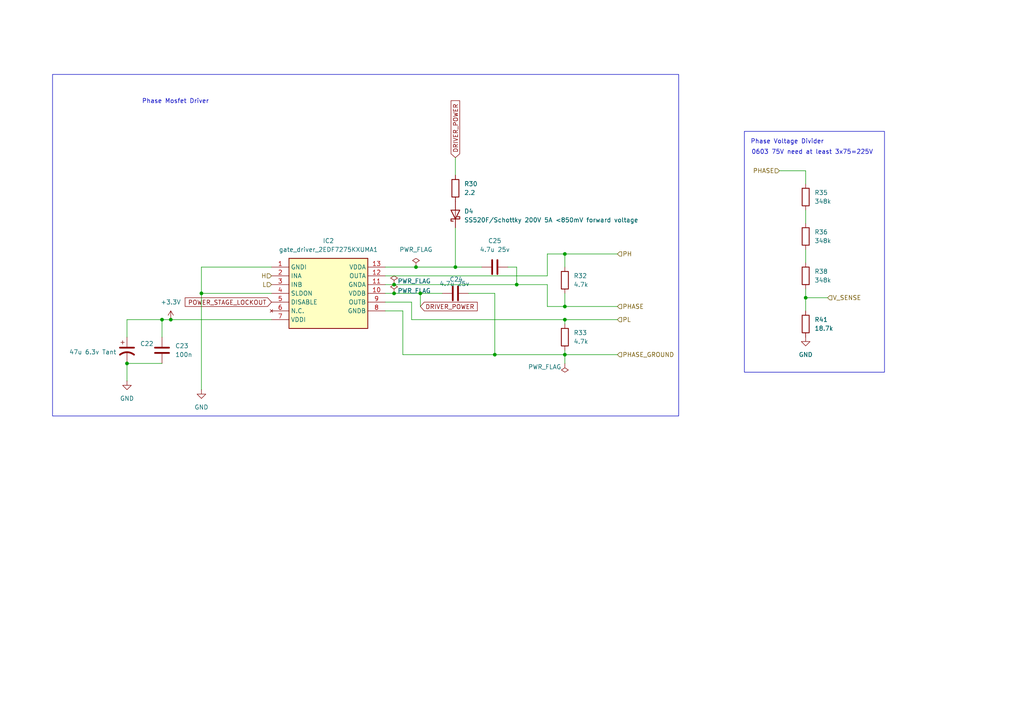
<source format=kicad_sch>
(kicad_sch
	(version 20231120)
	(generator "eeschema")
	(generator_version "8.0")
	(uuid "0af97498-b8ff-4f54-84bf-156ebdca01d7")
	(paper "A4")
	(lib_symbols
		(symbol "Device:C"
			(pin_numbers hide)
			(pin_names
				(offset 0.254)
			)
			(exclude_from_sim no)
			(in_bom yes)
			(on_board yes)
			(property "Reference" "C"
				(at 0.635 2.54 0)
				(effects
					(font
						(size 1.27 1.27)
					)
					(justify left)
				)
			)
			(property "Value" "C"
				(at 0.635 -2.54 0)
				(effects
					(font
						(size 1.27 1.27)
					)
					(justify left)
				)
			)
			(property "Footprint" ""
				(at 0.9652 -3.81 0)
				(effects
					(font
						(size 1.27 1.27)
					)
					(hide yes)
				)
			)
			(property "Datasheet" "~"
				(at 0 0 0)
				(effects
					(font
						(size 1.27 1.27)
					)
					(hide yes)
				)
			)
			(property "Description" "Unpolarized capacitor"
				(at 0 0 0)
				(effects
					(font
						(size 1.27 1.27)
					)
					(hide yes)
				)
			)
			(property "ki_keywords" "cap capacitor"
				(at 0 0 0)
				(effects
					(font
						(size 1.27 1.27)
					)
					(hide yes)
				)
			)
			(property "ki_fp_filters" "C_*"
				(at 0 0 0)
				(effects
					(font
						(size 1.27 1.27)
					)
					(hide yes)
				)
			)
			(symbol "C_0_1"
				(polyline
					(pts
						(xy -2.032 -0.762) (xy 2.032 -0.762)
					)
					(stroke
						(width 0.508)
						(type default)
					)
					(fill
						(type none)
					)
				)
				(polyline
					(pts
						(xy -2.032 0.762) (xy 2.032 0.762)
					)
					(stroke
						(width 0.508)
						(type default)
					)
					(fill
						(type none)
					)
				)
			)
			(symbol "C_1_1"
				(pin passive line
					(at 0 3.81 270)
					(length 2.794)
					(name "~"
						(effects
							(font
								(size 1.27 1.27)
							)
						)
					)
					(number "1"
						(effects
							(font
								(size 1.27 1.27)
							)
						)
					)
				)
				(pin passive line
					(at 0 -3.81 90)
					(length 2.794)
					(name "~"
						(effects
							(font
								(size 1.27 1.27)
							)
						)
					)
					(number "2"
						(effects
							(font
								(size 1.27 1.27)
							)
						)
					)
				)
			)
		)
		(symbol "Device:C_Polarized_US"
			(pin_numbers hide)
			(pin_names
				(offset 0.254) hide)
			(exclude_from_sim no)
			(in_bom yes)
			(on_board yes)
			(property "Reference" "C"
				(at 0.635 2.54 0)
				(effects
					(font
						(size 1.27 1.27)
					)
					(justify left)
				)
			)
			(property "Value" "C_Polarized_US"
				(at 0.635 -2.54 0)
				(effects
					(font
						(size 1.27 1.27)
					)
					(justify left)
				)
			)
			(property "Footprint" ""
				(at 0 0 0)
				(effects
					(font
						(size 1.27 1.27)
					)
					(hide yes)
				)
			)
			(property "Datasheet" "~"
				(at 0 0 0)
				(effects
					(font
						(size 1.27 1.27)
					)
					(hide yes)
				)
			)
			(property "Description" "Polarized capacitor, US symbol"
				(at 0 0 0)
				(effects
					(font
						(size 1.27 1.27)
					)
					(hide yes)
				)
			)
			(property "ki_keywords" "cap capacitor"
				(at 0 0 0)
				(effects
					(font
						(size 1.27 1.27)
					)
					(hide yes)
				)
			)
			(property "ki_fp_filters" "CP_*"
				(at 0 0 0)
				(effects
					(font
						(size 1.27 1.27)
					)
					(hide yes)
				)
			)
			(symbol "C_Polarized_US_0_1"
				(polyline
					(pts
						(xy -2.032 0.762) (xy 2.032 0.762)
					)
					(stroke
						(width 0.508)
						(type default)
					)
					(fill
						(type none)
					)
				)
				(polyline
					(pts
						(xy -1.778 2.286) (xy -0.762 2.286)
					)
					(stroke
						(width 0)
						(type default)
					)
					(fill
						(type none)
					)
				)
				(polyline
					(pts
						(xy -1.27 1.778) (xy -1.27 2.794)
					)
					(stroke
						(width 0)
						(type default)
					)
					(fill
						(type none)
					)
				)
				(arc
					(start 2.032 -1.27)
					(mid 0 -0.5572)
					(end -2.032 -1.27)
					(stroke
						(width 0.508)
						(type default)
					)
					(fill
						(type none)
					)
				)
			)
			(symbol "C_Polarized_US_1_1"
				(pin passive line
					(at 0 3.81 270)
					(length 2.794)
					(name "~"
						(effects
							(font
								(size 1.27 1.27)
							)
						)
					)
					(number "1"
						(effects
							(font
								(size 1.27 1.27)
							)
						)
					)
				)
				(pin passive line
					(at 0 -3.81 90)
					(length 3.302)
					(name "~"
						(effects
							(font
								(size 1.27 1.27)
							)
						)
					)
					(number "2"
						(effects
							(font
								(size 1.27 1.27)
							)
						)
					)
				)
			)
		)
		(symbol "Device:D_Schottky"
			(pin_numbers hide)
			(pin_names
				(offset 1.016) hide)
			(exclude_from_sim no)
			(in_bom yes)
			(on_board yes)
			(property "Reference" "D"
				(at 0 2.54 0)
				(effects
					(font
						(size 1.27 1.27)
					)
				)
			)
			(property "Value" "D_Schottky"
				(at 0 -2.54 0)
				(effects
					(font
						(size 1.27 1.27)
					)
				)
			)
			(property "Footprint" ""
				(at 0 0 0)
				(effects
					(font
						(size 1.27 1.27)
					)
					(hide yes)
				)
			)
			(property "Datasheet" "~"
				(at 0 0 0)
				(effects
					(font
						(size 1.27 1.27)
					)
					(hide yes)
				)
			)
			(property "Description" "Schottky diode"
				(at 0 0 0)
				(effects
					(font
						(size 1.27 1.27)
					)
					(hide yes)
				)
			)
			(property "ki_keywords" "diode Schottky"
				(at 0 0 0)
				(effects
					(font
						(size 1.27 1.27)
					)
					(hide yes)
				)
			)
			(property "ki_fp_filters" "TO-???* *_Diode_* *SingleDiode* D_*"
				(at 0 0 0)
				(effects
					(font
						(size 1.27 1.27)
					)
					(hide yes)
				)
			)
			(symbol "D_Schottky_0_1"
				(polyline
					(pts
						(xy 1.27 0) (xy -1.27 0)
					)
					(stroke
						(width 0)
						(type default)
					)
					(fill
						(type none)
					)
				)
				(polyline
					(pts
						(xy 1.27 1.27) (xy 1.27 -1.27) (xy -1.27 0) (xy 1.27 1.27)
					)
					(stroke
						(width 0.254)
						(type default)
					)
					(fill
						(type none)
					)
				)
				(polyline
					(pts
						(xy -1.905 0.635) (xy -1.905 1.27) (xy -1.27 1.27) (xy -1.27 -1.27) (xy -0.635 -1.27) (xy -0.635 -0.635)
					)
					(stroke
						(width 0.254)
						(type default)
					)
					(fill
						(type none)
					)
				)
			)
			(symbol "D_Schottky_1_1"
				(pin passive line
					(at -3.81 0 0)
					(length 2.54)
					(name "K"
						(effects
							(font
								(size 1.27 1.27)
							)
						)
					)
					(number "1"
						(effects
							(font
								(size 1.27 1.27)
							)
						)
					)
				)
				(pin passive line
					(at 3.81 0 180)
					(length 2.54)
					(name "A"
						(effects
							(font
								(size 1.27 1.27)
							)
						)
					)
					(number "2"
						(effects
							(font
								(size 1.27 1.27)
							)
						)
					)
				)
			)
		)
		(symbol "Device:R"
			(pin_numbers hide)
			(pin_names
				(offset 0)
			)
			(exclude_from_sim no)
			(in_bom yes)
			(on_board yes)
			(property "Reference" "R"
				(at 2.032 0 90)
				(effects
					(font
						(size 1.27 1.27)
					)
				)
			)
			(property "Value" "R"
				(at 0 0 90)
				(effects
					(font
						(size 1.27 1.27)
					)
				)
			)
			(property "Footprint" ""
				(at -1.778 0 90)
				(effects
					(font
						(size 1.27 1.27)
					)
					(hide yes)
				)
			)
			(property "Datasheet" "~"
				(at 0 0 0)
				(effects
					(font
						(size 1.27 1.27)
					)
					(hide yes)
				)
			)
			(property "Description" "Resistor"
				(at 0 0 0)
				(effects
					(font
						(size 1.27 1.27)
					)
					(hide yes)
				)
			)
			(property "ki_keywords" "R res resistor"
				(at 0 0 0)
				(effects
					(font
						(size 1.27 1.27)
					)
					(hide yes)
				)
			)
			(property "ki_fp_filters" "R_*"
				(at 0 0 0)
				(effects
					(font
						(size 1.27 1.27)
					)
					(hide yes)
				)
			)
			(symbol "R_0_1"
				(rectangle
					(start -1.016 -2.54)
					(end 1.016 2.54)
					(stroke
						(width 0.254)
						(type default)
					)
					(fill
						(type none)
					)
				)
			)
			(symbol "R_1_1"
				(pin passive line
					(at 0 3.81 270)
					(length 1.27)
					(name "~"
						(effects
							(font
								(size 1.27 1.27)
							)
						)
					)
					(number "1"
						(effects
							(font
								(size 1.27 1.27)
							)
						)
					)
				)
				(pin passive line
					(at 0 -3.81 90)
					(length 1.27)
					(name "~"
						(effects
							(font
								(size 1.27 1.27)
							)
						)
					)
					(number "2"
						(effects
							(font
								(size 1.27 1.27)
							)
						)
					)
				)
			)
		)
		(symbol "lib:gate_driver_2EDF7275KXUMA1"
			(exclude_from_sim no)
			(in_bom yes)
			(on_board yes)
			(property "Reference" "IC"
				(at -2.032 16.764 0)
				(effects
					(font
						(size 1.27 1.27)
					)
					(justify left top)
				)
			)
			(property "Value" "gate_driver_2EDF7275KXUMA1"
				(at -2.032 14.224 0)
				(effects
					(font
						(size 1.27 1.27)
					)
					(justify left top)
				)
			)
			(property "Footprint" "2EDF7275KXUMA1"
				(at 29.21 -94.92 0)
				(effects
					(font
						(size 1.27 1.27)
					)
					(justify left top)
					(hide yes)
				)
			)
			(property "Datasheet" "https://www.infineon.com/dgdl/Infineon-2EDS8265H-DS-v02_00-EN.pdf?fileId=5546d462636cc8fb0163b09037983063"
				(at 29.21 -194.92 0)
				(effects
					(font
						(size 1.27 1.27)
					)
					(justify left top)
					(hide yes)
				)
			)
			(property "Description" "Gate Drivers DRIVER IC"
				(at -13.716 11.938 0)
				(effects
					(font
						(size 1.27 1.27)
					)
					(hide yes)
				)
			)
			(property "Height" "1.06"
				(at 29.21 -394.92 0)
				(effects
					(font
						(size 1.27 1.27)
					)
					(justify left top)
					(hide yes)
				)
			)
			(property "Manufacturer_Name" "Infineon"
				(at 29.21 -494.92 0)
				(effects
					(font
						(size 1.27 1.27)
					)
					(justify left top)
					(hide yes)
				)
			)
			(property "Manufacturer_Part_Number" "2EDF7275KXUMA1"
				(at 29.21 -594.92 0)
				(effects
					(font
						(size 1.27 1.27)
					)
					(justify left top)
					(hide yes)
				)
			)
			(property "Mouser Part Number" "726-2EDF7275KXUMA1"
				(at 29.21 -694.92 0)
				(effects
					(font
						(size 1.27 1.27)
					)
					(justify left top)
					(hide yes)
				)
			)
			(property "Mouser Price/Stock" "https://www.mouser.co.uk/ProductDetail/Infineon-Technologies/2EDF7275KXUMA1?qs=55YtniHzbhBLW9Urmtkx1g%3D%3D"
				(at 29.21 -794.92 0)
				(effects
					(font
						(size 1.27 1.27)
					)
					(justify left top)
					(hide yes)
				)
			)
			(property "Arrow Part Number" "2EDF7275KXUMA1"
				(at 29.21 -894.92 0)
				(effects
					(font
						(size 1.27 1.27)
					)
					(justify left top)
					(hide yes)
				)
			)
			(property "Arrow Price/Stock" "https://www.arrow.com/en/products/2edf7275kxuma1/infineon-technologies-ag?region=nac"
				(at 29.21 -994.92 0)
				(effects
					(font
						(size 1.27 1.27)
					)
					(justify left top)
					(hide yes)
				)
			)
			(symbol "gate_driver_2EDF7275KXUMA1_1_1"
				(rectangle
					(start -11.43 8.89)
					(end 11.43 -11.43)
					(stroke
						(width 0.254)
						(type default)
					)
					(fill
						(type background)
					)
				)
				(pin passive line
					(at -16.51 6.35 0)
					(length 5.08)
					(name "GNDI"
						(effects
							(font
								(size 1.27 1.27)
							)
						)
					)
					(number "1"
						(effects
							(font
								(size 1.27 1.27)
							)
						)
					)
				)
				(pin passive line
					(at 16.51 -1.27 180)
					(length 5.08)
					(name "VDDB"
						(effects
							(font
								(size 1.27 1.27)
							)
						)
					)
					(number "10"
						(effects
							(font
								(size 1.27 1.27)
							)
						)
					)
				)
				(pin passive line
					(at 16.51 1.27 180)
					(length 5.08)
					(name "GNDA"
						(effects
							(font
								(size 1.27 1.27)
							)
						)
					)
					(number "11"
						(effects
							(font
								(size 1.27 1.27)
							)
						)
					)
				)
				(pin passive line
					(at 16.51 3.81 180)
					(length 5.08)
					(name "OUTA"
						(effects
							(font
								(size 1.27 1.27)
							)
						)
					)
					(number "12"
						(effects
							(font
								(size 1.27 1.27)
							)
						)
					)
				)
				(pin passive line
					(at 16.51 6.35 180)
					(length 5.08)
					(name "VDDA"
						(effects
							(font
								(size 1.27 1.27)
							)
						)
					)
					(number "13"
						(effects
							(font
								(size 1.27 1.27)
							)
						)
					)
				)
				(pin passive line
					(at -16.51 3.81 0)
					(length 5.08)
					(name "INA"
						(effects
							(font
								(size 1.27 1.27)
							)
						)
					)
					(number "2"
						(effects
							(font
								(size 1.27 1.27)
							)
						)
					)
				)
				(pin passive line
					(at -16.51 1.27 0)
					(length 5.08)
					(name "INB"
						(effects
							(font
								(size 1.27 1.27)
							)
						)
					)
					(number "3"
						(effects
							(font
								(size 1.27 1.27)
							)
						)
					)
				)
				(pin passive line
					(at -16.51 -1.27 0)
					(length 5.08)
					(name "SLDON"
						(effects
							(font
								(size 1.27 1.27)
							)
						)
					)
					(number "4"
						(effects
							(font
								(size 1.27 1.27)
							)
						)
					)
				)
				(pin passive line
					(at -16.51 -3.81 0)
					(length 5.08)
					(name "DISABLE"
						(effects
							(font
								(size 1.27 1.27)
							)
						)
					)
					(number "5"
						(effects
							(font
								(size 1.27 1.27)
							)
						)
					)
				)
				(pin no_connect line
					(at -16.51 -6.35 0)
					(length 5.08)
					(name "N.C."
						(effects
							(font
								(size 1.27 1.27)
							)
						)
					)
					(number "6"
						(effects
							(font
								(size 1.27 1.27)
							)
						)
					)
				)
				(pin passive line
					(at -16.51 -8.89 0)
					(length 5.08)
					(name "VDDI"
						(effects
							(font
								(size 1.27 1.27)
							)
						)
					)
					(number "7"
						(effects
							(font
								(size 1.27 1.27)
							)
						)
					)
				)
				(pin passive line
					(at 16.51 -6.35 180)
					(length 5.08)
					(name "GNDB"
						(effects
							(font
								(size 1.27 1.27)
							)
						)
					)
					(number "8"
						(effects
							(font
								(size 1.27 1.27)
							)
						)
					)
				)
				(pin passive line
					(at 16.51 -3.81 180)
					(length 5.08)
					(name "OUTB"
						(effects
							(font
								(size 1.27 1.27)
							)
						)
					)
					(number "9"
						(effects
							(font
								(size 1.27 1.27)
							)
						)
					)
				)
			)
		)
		(symbol "power:+3.3V"
			(power)
			(pin_numbers hide)
			(pin_names
				(offset 0) hide)
			(exclude_from_sim no)
			(in_bom yes)
			(on_board yes)
			(property "Reference" "#PWR"
				(at 0 -3.81 0)
				(effects
					(font
						(size 1.27 1.27)
					)
					(hide yes)
				)
			)
			(property "Value" "+3.3V"
				(at 0 3.556 0)
				(effects
					(font
						(size 1.27 1.27)
					)
				)
			)
			(property "Footprint" ""
				(at 0 0 0)
				(effects
					(font
						(size 1.27 1.27)
					)
					(hide yes)
				)
			)
			(property "Datasheet" ""
				(at 0 0 0)
				(effects
					(font
						(size 1.27 1.27)
					)
					(hide yes)
				)
			)
			(property "Description" "Power symbol creates a global label with name \"+3.3V\""
				(at 0 0 0)
				(effects
					(font
						(size 1.27 1.27)
					)
					(hide yes)
				)
			)
			(property "ki_keywords" "global power"
				(at 0 0 0)
				(effects
					(font
						(size 1.27 1.27)
					)
					(hide yes)
				)
			)
			(symbol "+3.3V_0_1"
				(polyline
					(pts
						(xy -0.762 1.27) (xy 0 2.54)
					)
					(stroke
						(width 0)
						(type default)
					)
					(fill
						(type none)
					)
				)
				(polyline
					(pts
						(xy 0 0) (xy 0 2.54)
					)
					(stroke
						(width 0)
						(type default)
					)
					(fill
						(type none)
					)
				)
				(polyline
					(pts
						(xy 0 2.54) (xy 0.762 1.27)
					)
					(stroke
						(width 0)
						(type default)
					)
					(fill
						(type none)
					)
				)
			)
			(symbol "+3.3V_1_1"
				(pin power_in line
					(at 0 0 90)
					(length 0)
					(name "~"
						(effects
							(font
								(size 1.27 1.27)
							)
						)
					)
					(number "1"
						(effects
							(font
								(size 1.27 1.27)
							)
						)
					)
				)
			)
		)
		(symbol "power:GND"
			(power)
			(pin_numbers hide)
			(pin_names
				(offset 0) hide)
			(exclude_from_sim no)
			(in_bom yes)
			(on_board yes)
			(property "Reference" "#PWR"
				(at 0 -6.35 0)
				(effects
					(font
						(size 1.27 1.27)
					)
					(hide yes)
				)
			)
			(property "Value" "GND"
				(at 0 -3.81 0)
				(effects
					(font
						(size 1.27 1.27)
					)
				)
			)
			(property "Footprint" ""
				(at 0 0 0)
				(effects
					(font
						(size 1.27 1.27)
					)
					(hide yes)
				)
			)
			(property "Datasheet" ""
				(at 0 0 0)
				(effects
					(font
						(size 1.27 1.27)
					)
					(hide yes)
				)
			)
			(property "Description" "Power symbol creates a global label with name \"GND\" , ground"
				(at 0 0 0)
				(effects
					(font
						(size 1.27 1.27)
					)
					(hide yes)
				)
			)
			(property "ki_keywords" "global power"
				(at 0 0 0)
				(effects
					(font
						(size 1.27 1.27)
					)
					(hide yes)
				)
			)
			(symbol "GND_0_1"
				(polyline
					(pts
						(xy 0 0) (xy 0 -1.27) (xy 1.27 -1.27) (xy 0 -2.54) (xy -1.27 -1.27) (xy 0 -1.27)
					)
					(stroke
						(width 0)
						(type default)
					)
					(fill
						(type none)
					)
				)
			)
			(symbol "GND_1_1"
				(pin power_in line
					(at 0 0 270)
					(length 0)
					(name "~"
						(effects
							(font
								(size 1.27 1.27)
							)
						)
					)
					(number "1"
						(effects
							(font
								(size 1.27 1.27)
							)
						)
					)
				)
			)
		)
		(symbol "power:PWR_FLAG"
			(power)
			(pin_numbers hide)
			(pin_names
				(offset 0) hide)
			(exclude_from_sim no)
			(in_bom yes)
			(on_board yes)
			(property "Reference" "#FLG"
				(at 0 1.905 0)
				(effects
					(font
						(size 1.27 1.27)
					)
					(hide yes)
				)
			)
			(property "Value" "PWR_FLAG"
				(at 0 3.81 0)
				(effects
					(font
						(size 1.27 1.27)
					)
				)
			)
			(property "Footprint" ""
				(at 0 0 0)
				(effects
					(font
						(size 1.27 1.27)
					)
					(hide yes)
				)
			)
			(property "Datasheet" "~"
				(at 0 0 0)
				(effects
					(font
						(size 1.27 1.27)
					)
					(hide yes)
				)
			)
			(property "Description" "Special symbol for telling ERC where power comes from"
				(at 0 0 0)
				(effects
					(font
						(size 1.27 1.27)
					)
					(hide yes)
				)
			)
			(property "ki_keywords" "flag power"
				(at 0 0 0)
				(effects
					(font
						(size 1.27 1.27)
					)
					(hide yes)
				)
			)
			(symbol "PWR_FLAG_0_0"
				(pin power_out line
					(at 0 0 90)
					(length 0)
					(name "~"
						(effects
							(font
								(size 1.27 1.27)
							)
						)
					)
					(number "1"
						(effects
							(font
								(size 1.27 1.27)
							)
						)
					)
				)
			)
			(symbol "PWR_FLAG_0_1"
				(polyline
					(pts
						(xy 0 0) (xy 0 1.27) (xy -1.016 1.905) (xy 0 2.54) (xy 1.016 1.905) (xy 0 1.27)
					)
					(stroke
						(width 0)
						(type default)
					)
					(fill
						(type none)
					)
				)
			)
		)
	)
	(junction
		(at 143.51 102.87)
		(diameter 0)
		(color 0 0 0 0)
		(uuid "03afc695-eb71-400d-9ca6-a629f3cd1151")
	)
	(junction
		(at 36.83 105.41)
		(diameter 0)
		(color 0 0 0 0)
		(uuid "096bfbdc-5aed-4023-bf87-40858bb9c4ee")
	)
	(junction
		(at 132.08 77.47)
		(diameter 0)
		(color 0 0 0 0)
		(uuid "208b1e61-ce42-4ed8-8aa6-125f4b511c43")
	)
	(junction
		(at 233.68 86.36)
		(diameter 0)
		(color 0 0 0 0)
		(uuid "242ca66e-2f46-4309-a170-ff42d8e34a22")
	)
	(junction
		(at 121.92 85.09)
		(diameter 0)
		(color 0 0 0 0)
		(uuid "3d1efe09-8b88-41c7-bf1b-51077a296a54")
	)
	(junction
		(at 163.83 88.9)
		(diameter 0)
		(color 0 0 0 0)
		(uuid "5fbc1fa9-9c6c-4f10-9346-f501369acd3d")
	)
	(junction
		(at 120.65 77.47)
		(diameter 0)
		(color 0 0 0 0)
		(uuid "7bcb424f-a8d6-4d81-83cd-429e821a9773")
	)
	(junction
		(at 114.3 85.09)
		(diameter 0)
		(color 0 0 0 0)
		(uuid "8141fc29-8fb6-4922-84df-bf581b0bb4f6")
	)
	(junction
		(at 163.83 102.87)
		(diameter 0)
		(color 0 0 0 0)
		(uuid "87840816-a38d-4c7a-aa3b-ac9b8d976451")
	)
	(junction
		(at 46.99 92.71)
		(diameter 0)
		(color 0 0 0 0)
		(uuid "a8d3d60f-df13-4063-a996-c5bf2e18bd13")
	)
	(junction
		(at 163.83 92.71)
		(diameter 0)
		(color 0 0 0 0)
		(uuid "b820a682-a214-4d22-abaa-06e39d2a8e26")
	)
	(junction
		(at 49.53 92.71)
		(diameter 0)
		(color 0 0 0 0)
		(uuid "ba720092-dc78-4e8a-a954-5ce5b8bb59ff")
	)
	(junction
		(at 58.42 85.09)
		(diameter 0)
		(color 0 0 0 0)
		(uuid "d2f30cf5-6e69-4853-858a-9320a000c627")
	)
	(junction
		(at 149.86 82.55)
		(diameter 0)
		(color 0 0 0 0)
		(uuid "dd742061-4a14-4087-917b-824e3ab0df34")
	)
	(junction
		(at 114.3 82.55)
		(diameter 0)
		(color 0 0 0 0)
		(uuid "e2b9e07a-f04f-4fe9-af90-2682a2b57584")
	)
	(junction
		(at 163.83 73.66)
		(diameter 0)
		(color 0 0 0 0)
		(uuid "f8b90d72-053f-4ca2-b5ea-2deee9ba5c75")
	)
	(wire
		(pts
			(xy 163.83 92.71) (xy 163.83 93.98)
		)
		(stroke
			(width 0)
			(type default)
		)
		(uuid "02c0f705-c21d-49f1-9b4a-95a6009fb011")
	)
	(wire
		(pts
			(xy 46.99 97.79) (xy 46.99 92.71)
		)
		(stroke
			(width 0)
			(type default)
		)
		(uuid "0369d167-f255-406e-95e2-97ef0e263230")
	)
	(wire
		(pts
			(xy 163.83 102.87) (xy 179.07 102.87)
		)
		(stroke
			(width 0)
			(type default)
		)
		(uuid "04d731f5-0845-413b-aa75-b1838a3f20ec")
	)
	(wire
		(pts
			(xy 111.76 80.01) (xy 158.75 80.01)
		)
		(stroke
			(width 0)
			(type default)
		)
		(uuid "077ac46d-94b4-492f-9356-84aa3e35316e")
	)
	(wire
		(pts
			(xy 49.53 92.71) (xy 78.74 92.71)
		)
		(stroke
			(width 0)
			(type default)
		)
		(uuid "111ea476-df04-403b-9743-4f98e3c23d16")
	)
	(wire
		(pts
			(xy 111.76 85.09) (xy 114.3 85.09)
		)
		(stroke
			(width 0)
			(type default)
		)
		(uuid "11cefaf2-d855-4e74-ab8f-244a8a00ae5e")
	)
	(wire
		(pts
			(xy 111.76 90.17) (xy 116.84 90.17)
		)
		(stroke
			(width 0)
			(type default)
		)
		(uuid "193e8cf1-2bfd-491f-9d95-0c1ff1242984")
	)
	(wire
		(pts
			(xy 149.86 77.47) (xy 149.86 82.55)
		)
		(stroke
			(width 0)
			(type default)
		)
		(uuid "198220f2-81e0-4d0f-b109-abad2398e627")
	)
	(wire
		(pts
			(xy 163.83 101.6) (xy 163.83 102.87)
		)
		(stroke
			(width 0)
			(type default)
		)
		(uuid "1f17c8e3-531c-48eb-98ff-d24ba86c6093")
	)
	(wire
		(pts
			(xy 111.76 82.55) (xy 114.3 82.55)
		)
		(stroke
			(width 0)
			(type default)
		)
		(uuid "216d30ae-efee-4f6b-af2d-17872c9327ea")
	)
	(wire
		(pts
			(xy 120.65 77.47) (xy 111.76 77.47)
		)
		(stroke
			(width 0)
			(type default)
		)
		(uuid "23b613b3-6351-407b-a416-4c941982b1c6")
	)
	(wire
		(pts
			(xy 132.08 77.47) (xy 139.7 77.47)
		)
		(stroke
			(width 0)
			(type default)
		)
		(uuid "30947975-7209-47c6-8753-768d429177a0")
	)
	(wire
		(pts
			(xy 233.68 86.36) (xy 233.68 83.82)
		)
		(stroke
			(width 0)
			(type default)
		)
		(uuid "31eeddd3-0f3e-4d40-88aa-90b525a7b23c")
	)
	(wire
		(pts
			(xy 143.51 102.87) (xy 163.83 102.87)
		)
		(stroke
			(width 0)
			(type default)
		)
		(uuid "32eb5111-18c0-4d25-a183-d5cec26dc79c")
	)
	(wire
		(pts
			(xy 46.99 92.71) (xy 49.53 92.71)
		)
		(stroke
			(width 0)
			(type default)
		)
		(uuid "36524112-2746-49a3-9456-ba3c363d27e1")
	)
	(wire
		(pts
			(xy 240.03 86.36) (xy 233.68 86.36)
		)
		(stroke
			(width 0)
			(type default)
		)
		(uuid "390b92bd-b665-4bc9-9a01-3d838d74d965")
	)
	(wire
		(pts
			(xy 114.3 82.55) (xy 149.86 82.55)
		)
		(stroke
			(width 0)
			(type default)
		)
		(uuid "3b51bbcc-4525-47e0-8ab9-4728feb216ff")
	)
	(wire
		(pts
			(xy 132.08 45.72) (xy 132.08 50.8)
		)
		(stroke
			(width 0)
			(type default)
		)
		(uuid "49380640-f228-4cbd-97dc-bc932cd89fd6")
	)
	(wire
		(pts
			(xy 158.75 73.66) (xy 163.83 73.66)
		)
		(stroke
			(width 0)
			(type default)
		)
		(uuid "4b6c99b4-0df5-4224-8c2f-a9bfd09733f3")
	)
	(wire
		(pts
			(xy 163.83 88.9) (xy 179.07 88.9)
		)
		(stroke
			(width 0)
			(type default)
		)
		(uuid "54c73978-efac-4882-9f63-cb3951da3d9f")
	)
	(wire
		(pts
			(xy 116.84 102.87) (xy 143.51 102.87)
		)
		(stroke
			(width 0)
			(type default)
		)
		(uuid "62e998fc-7073-446c-a08d-67729d522259")
	)
	(wire
		(pts
			(xy 147.32 77.47) (xy 149.86 77.47)
		)
		(stroke
			(width 0)
			(type default)
		)
		(uuid "68ff2656-e038-419d-bddd-fd2679d4889f")
	)
	(wire
		(pts
			(xy 78.74 85.09) (xy 58.42 85.09)
		)
		(stroke
			(width 0)
			(type default)
		)
		(uuid "6da36c15-cb42-4d66-a3c3-b780a93970cc")
	)
	(wire
		(pts
			(xy 158.75 88.9) (xy 163.83 88.9)
		)
		(stroke
			(width 0)
			(type default)
		)
		(uuid "747be3cc-f0a2-4023-b4d6-80fa47427ef8")
	)
	(wire
		(pts
			(xy 149.86 82.55) (xy 158.75 82.55)
		)
		(stroke
			(width 0)
			(type default)
		)
		(uuid "7cfdedea-7a63-4e9f-ae80-b1c157fb4b4d")
	)
	(wire
		(pts
			(xy 163.83 92.71) (xy 179.07 92.71)
		)
		(stroke
			(width 0)
			(type default)
		)
		(uuid "890c336f-baa0-4a13-a540-ed3ba850777b")
	)
	(wire
		(pts
			(xy 119.38 92.71) (xy 163.83 92.71)
		)
		(stroke
			(width 0)
			(type default)
		)
		(uuid "8bbcacea-1d89-441b-b21c-d548ec28b662")
	)
	(wire
		(pts
			(xy 163.83 102.87) (xy 163.83 105.41)
		)
		(stroke
			(width 0)
			(type default)
		)
		(uuid "945965b0-bf33-4760-8a70-ae246384db02")
	)
	(wire
		(pts
			(xy 121.92 85.09) (xy 128.27 85.09)
		)
		(stroke
			(width 0)
			(type default)
		)
		(uuid "94b05ce7-f7d7-4a63-a7d2-08cffe779d92")
	)
	(wire
		(pts
			(xy 233.68 60.96) (xy 233.68 64.77)
		)
		(stroke
			(width 0)
			(type default)
		)
		(uuid "974e3bf6-b067-47f2-ac15-c3406691cf59")
	)
	(wire
		(pts
			(xy 36.83 97.79) (xy 36.83 92.71)
		)
		(stroke
			(width 0)
			(type default)
		)
		(uuid "97b50a8b-ac5d-4279-8861-67fb0ebc3405")
	)
	(wire
		(pts
			(xy 36.83 105.41) (xy 46.99 105.41)
		)
		(stroke
			(width 0)
			(type default)
		)
		(uuid "98c83fb9-31d5-433b-94b2-7ed3f0489264")
	)
	(wire
		(pts
			(xy 114.3 85.09) (xy 121.92 85.09)
		)
		(stroke
			(width 0)
			(type default)
		)
		(uuid "a2c9fc22-fd21-4576-b1f9-09ce969e90c6")
	)
	(wire
		(pts
			(xy 233.68 49.53) (xy 233.68 53.34)
		)
		(stroke
			(width 0)
			(type default)
		)
		(uuid "aea57373-0dbf-4725-bfff-dbf5c998715d")
	)
	(wire
		(pts
			(xy 78.74 77.47) (xy 58.42 77.47)
		)
		(stroke
			(width 0)
			(type default)
		)
		(uuid "b7969e80-8a78-4990-be4d-b039a782d025")
	)
	(wire
		(pts
			(xy 163.83 73.66) (xy 179.07 73.66)
		)
		(stroke
			(width 0)
			(type default)
		)
		(uuid "b8d114a4-d5c9-4e17-be1e-daae7d5af4f5")
	)
	(wire
		(pts
			(xy 158.75 80.01) (xy 158.75 73.66)
		)
		(stroke
			(width 0)
			(type default)
		)
		(uuid "ba076d71-900b-4328-bdc8-504c7a070eff")
	)
	(wire
		(pts
			(xy 36.83 92.71) (xy 46.99 92.71)
		)
		(stroke
			(width 0)
			(type default)
		)
		(uuid "be8c0728-a927-4f22-aa71-8b7c0a5a2082")
	)
	(wire
		(pts
			(xy 163.83 73.66) (xy 163.83 77.47)
		)
		(stroke
			(width 0)
			(type default)
		)
		(uuid "bf116824-28c7-4855-8e3b-cb2acc6bc087")
	)
	(wire
		(pts
			(xy 58.42 85.09) (xy 58.42 113.03)
		)
		(stroke
			(width 0)
			(type default)
		)
		(uuid "cf80f473-27b4-45bb-b6c8-6671119cba15")
	)
	(wire
		(pts
			(xy 158.75 82.55) (xy 158.75 88.9)
		)
		(stroke
			(width 0)
			(type default)
		)
		(uuid "cfbdb9f2-9485-4381-bcb5-52c6f7d2d0a0")
	)
	(wire
		(pts
			(xy 119.38 87.63) (xy 119.38 92.71)
		)
		(stroke
			(width 0)
			(type default)
		)
		(uuid "d2ea6cd4-8374-4ebc-a20a-b309081e9fb9")
	)
	(wire
		(pts
			(xy 36.83 105.41) (xy 36.83 110.49)
		)
		(stroke
			(width 0)
			(type default)
		)
		(uuid "d5e87bd9-7ac5-4406-a253-cd6d3fbf0064")
	)
	(wire
		(pts
			(xy 163.83 85.09) (xy 163.83 88.9)
		)
		(stroke
			(width 0)
			(type default)
		)
		(uuid "da12706d-0c2b-4d67-b7ab-6702bc5721e9")
	)
	(wire
		(pts
			(xy 233.68 86.36) (xy 233.68 90.17)
		)
		(stroke
			(width 0)
			(type default)
		)
		(uuid "dae1e5f7-6241-4649-b75b-db477fdd4925")
	)
	(wire
		(pts
			(xy 116.84 90.17) (xy 116.84 102.87)
		)
		(stroke
			(width 0)
			(type default)
		)
		(uuid "dd9061d1-57e8-455b-9b7a-9e9fc9ad5b13")
	)
	(wire
		(pts
			(xy 135.89 85.09) (xy 143.51 85.09)
		)
		(stroke
			(width 0)
			(type default)
		)
		(uuid "e0c6e949-3d76-4f62-9fd7-78a2c8bc362f")
	)
	(wire
		(pts
			(xy 226.06 49.53) (xy 233.68 49.53)
		)
		(stroke
			(width 0)
			(type default)
		)
		(uuid "e4b14fb2-907e-439d-859f-b75bee30ad52")
	)
	(wire
		(pts
			(xy 132.08 66.04) (xy 132.08 77.47)
		)
		(stroke
			(width 0)
			(type default)
		)
		(uuid "e5894069-d21e-483b-82e3-99bf34e1891e")
	)
	(wire
		(pts
			(xy 132.08 77.47) (xy 120.65 77.47)
		)
		(stroke
			(width 0)
			(type default)
		)
		(uuid "e93a7952-2795-4063-95f1-0aa36a4753e8")
	)
	(wire
		(pts
			(xy 121.92 85.09) (xy 121.92 88.9)
		)
		(stroke
			(width 0)
			(type default)
		)
		(uuid "f25d770c-eefa-4c53-a0cd-4f84c998d626")
	)
	(wire
		(pts
			(xy 58.42 77.47) (xy 58.42 85.09)
		)
		(stroke
			(width 0)
			(type default)
		)
		(uuid "f4319321-e01c-465c-a463-f8bca5c84c90")
	)
	(wire
		(pts
			(xy 143.51 85.09) (xy 143.51 102.87)
		)
		(stroke
			(width 0)
			(type default)
		)
		(uuid "f6a221ff-efcc-4b21-b73b-8a923680a61f")
	)
	(wire
		(pts
			(xy 233.68 72.39) (xy 233.68 76.2)
		)
		(stroke
			(width 0)
			(type default)
		)
		(uuid "fe8d4a57-40e9-4151-ac60-87206f9eb558")
	)
	(wire
		(pts
			(xy 111.76 87.63) (xy 119.38 87.63)
		)
		(stroke
			(width 0)
			(type default)
		)
		(uuid "feabfbfd-469e-4f21-a824-bcc762dc8ab0")
	)
	(rectangle
		(start 215.9 38.1)
		(end 256.54 107.95)
		(stroke
			(width 0)
			(type default)
		)
		(fill
			(type none)
		)
		(uuid 4640ca8a-222a-4242-a0c1-89bf2d1c4277)
	)
	(rectangle
		(start 15.24 21.59)
		(end 196.85 120.65)
		(stroke
			(width 0)
			(type default)
		)
		(fill
			(type none)
		)
		(uuid db07a4d5-71cd-4713-bf6e-ccfe16759558)
	)
	(text "0603 75V need at least 3x75=225V"
		(exclude_from_sim no)
		(at 217.932 44.196 0)
		(effects
			(font
				(size 1.27 1.27)
			)
			(justify left)
		)
		(uuid "07746300-1123-476b-a821-220c1a0cdf3f")
	)
	(text "Phase Voltage Divider"
		(exclude_from_sim no)
		(at 217.678 41.148 0)
		(effects
			(font
				(size 1.27 1.27)
			)
			(justify left)
		)
		(uuid "40e9dad2-a248-464e-ac31-a3e7593770e3")
	)
	(text "Phase Mosfet Driver"
		(exclude_from_sim no)
		(at 41.148 29.464 0)
		(effects
			(font
				(size 1.27 1.27)
			)
			(justify left)
		)
		(uuid "a5e8c72d-a4ce-42c8-9fc6-a72abd44896e")
	)
	(global_label "POWER_STAGE_LOCKOUT"
		(shape input)
		(at 78.74 87.63 180)
		(fields_autoplaced yes)
		(effects
			(font
				(size 1.27 1.27)
			)
			(justify right)
		)
		(uuid "911b7440-17f4-4102-a91b-f506027e90c0")
		(property "Intersheetrefs" "${INTERSHEET_REFS}"
			(at 53.1368 87.63 0)
			(effects
				(font
					(size 1.27 1.27)
				)
				(justify right)
				(hide yes)
			)
		)
	)
	(global_label "DRIVER_POWER"
		(shape input)
		(at 132.08 45.72 90)
		(fields_autoplaced yes)
		(effects
			(font
				(size 1.27 1.27)
			)
			(justify left)
		)
		(uuid "afafef9c-2b24-475b-909e-cd8692f0720f")
		(property "Intersheetrefs" "${INTERSHEET_REFS}"
			(at 132.08 28.6439 90)
			(effects
				(font
					(size 1.27 1.27)
				)
				(justify left)
				(hide yes)
			)
		)
	)
	(global_label "DRIVER_POWER"
		(shape input)
		(at 121.92 88.9 0)
		(fields_autoplaced yes)
		(effects
			(font
				(size 1.27 1.27)
			)
			(justify left)
		)
		(uuid "c6e51702-bc0a-4053-8a92-780792867f0e")
		(property "Intersheetrefs" "${INTERSHEET_REFS}"
			(at 138.9961 88.9 0)
			(effects
				(font
					(size 1.27 1.27)
				)
				(justify left)
				(hide yes)
			)
		)
	)
	(hierarchical_label "H"
		(shape input)
		(at 78.74 80.01 180)
		(fields_autoplaced yes)
		(effects
			(font
				(size 1.27 1.27)
			)
			(justify right)
		)
		(uuid "04516ca6-546b-4bd6-bee9-c2c14ed1d22e")
	)
	(hierarchical_label "PHASE"
		(shape input)
		(at 226.06 49.53 180)
		(fields_autoplaced yes)
		(effects
			(font
				(size 1.27 1.27)
			)
			(justify right)
		)
		(uuid "76b6cb1a-a6e0-4637-9a30-80a8c3e63c37")
	)
	(hierarchical_label "PHASE_GROUND"
		(shape input)
		(at 179.07 102.87 0)
		(fields_autoplaced yes)
		(effects
			(font
				(size 1.27 1.27)
			)
			(justify left)
		)
		(uuid "7f88dabf-4fb5-4b24-bc01-49d4b002c26a")
	)
	(hierarchical_label "PH"
		(shape input)
		(at 179.07 73.66 0)
		(fields_autoplaced yes)
		(effects
			(font
				(size 1.27 1.27)
			)
			(justify left)
		)
		(uuid "7fa1460c-2e00-4952-94e4-94dce28d1ef7")
	)
	(hierarchical_label "PL"
		(shape input)
		(at 179.07 92.71 0)
		(fields_autoplaced yes)
		(effects
			(font
				(size 1.27 1.27)
			)
			(justify left)
		)
		(uuid "9bd8a60e-a640-4e1a-bbab-a91bd285d671")
	)
	(hierarchical_label "V_SENSE"
		(shape input)
		(at 240.03 86.36 0)
		(fields_autoplaced yes)
		(effects
			(font
				(size 1.27 1.27)
			)
			(justify left)
		)
		(uuid "bac9aa1d-c02b-4b43-a5c9-303bfafdea9a")
	)
	(hierarchical_label "L"
		(shape input)
		(at 78.74 82.55 180)
		(fields_autoplaced yes)
		(effects
			(font
				(size 1.27 1.27)
			)
			(justify right)
		)
		(uuid "be7b4607-571c-4919-a910-511e3f865df5")
	)
	(hierarchical_label "PHASE"
		(shape input)
		(at 179.07 88.9 0)
		(fields_autoplaced yes)
		(effects
			(font
				(size 1.27 1.27)
			)
			(justify left)
		)
		(uuid "f5237f01-c314-4a41-b546-652d18c8a692")
	)
	(symbol
		(lib_id "power:PWR_FLAG")
		(at 120.65 77.47 0)
		(unit 1)
		(exclude_from_sim no)
		(in_bom yes)
		(on_board yes)
		(dnp no)
		(fields_autoplaced yes)
		(uuid "0b1d562a-b1f1-4f1a-a24b-cd497ceb837e")
		(property "Reference" "#FLG06"
			(at 120.65 75.565 0)
			(effects
				(font
					(size 1.27 1.27)
				)
				(hide yes)
			)
		)
		(property "Value" "PWR_FLAG"
			(at 120.65 72.39 0)
			(effects
				(font
					(size 1.27 1.27)
				)
			)
		)
		(property "Footprint" ""
			(at 120.65 77.47 0)
			(effects
				(font
					(size 1.27 1.27)
				)
				(hide yes)
			)
		)
		(property "Datasheet" "~"
			(at 120.65 77.47 0)
			(effects
				(font
					(size 1.27 1.27)
				)
				(hide yes)
			)
		)
		(property "Description" "Special symbol for telling ERC where power comes from"
			(at 120.65 77.47 0)
			(effects
				(font
					(size 1.27 1.27)
				)
				(hide yes)
			)
		)
		(pin "1"
			(uuid "de8bd03e-76e7-45ef-b934-42924c0916f5")
		)
		(instances
			(project "vesc"
				(path "/c1cb2b8b-cce1-4093-b51c-495289a5368a/069beda7-ba01-4c71-ae9f-b5c327c349de"
					(reference "#FLG012")
					(unit 1)
				)
				(path "/c1cb2b8b-cce1-4093-b51c-495289a5368a/67d40940-da0b-42ee-a71f-f69b4620707a"
					(reference "#FLG06")
					(unit 1)
				)
			)
		)
	)
	(symbol
		(lib_id "Device:R")
		(at 233.68 93.98 0)
		(unit 1)
		(exclude_from_sim no)
		(in_bom yes)
		(on_board yes)
		(dnp no)
		(fields_autoplaced yes)
		(uuid "0bfacfbe-bcbc-486d-a937-d68c6c7e56da")
		(property "Reference" "R46"
			(at 236.22 92.7099 0)
			(effects
				(font
					(size 1.27 1.27)
				)
				(justify left)
			)
		)
		(property "Value" "18.7k"
			(at 236.22 95.2499 0)
			(effects
				(font
					(size 1.27 1.27)
				)
				(justify left)
			)
		)
		(property "Footprint" ""
			(at 231.902 93.98 90)
			(effects
				(font
					(size 1.27 1.27)
				)
				(hide yes)
			)
		)
		(property "Datasheet" "~"
			(at 233.68 93.98 0)
			(effects
				(font
					(size 1.27 1.27)
				)
				(hide yes)
			)
		)
		(property "Description" "Resistor"
			(at 233.68 93.98 0)
			(effects
				(font
					(size 1.27 1.27)
				)
				(hide yes)
			)
		)
		(pin "1"
			(uuid "6db7d313-1632-43b0-8626-9b91618bc43e")
		)
		(pin "2"
			(uuid "ee54f55c-62a6-43f3-b03f-48c8cb216c8a")
		)
		(instances
			(project "vesc"
				(path "/c1cb2b8b-cce1-4093-b51c-495289a5368a/069beda7-ba01-4c71-ae9f-b5c327c349de"
					(reference "R41")
					(unit 1)
				)
				(path "/c1cb2b8b-cce1-4093-b51c-495289a5368a/5df58527-3dc6-426b-96b0-713b654b94ca"
					(reference "R46")
					(unit 1)
				)
				(path "/c1cb2b8b-cce1-4093-b51c-495289a5368a/67d40940-da0b-42ee-a71f-f69b4620707a"
					(reference "R29")
					(unit 1)
				)
			)
		)
	)
	(symbol
		(lib_id "Device:R")
		(at 132.08 54.61 0)
		(unit 1)
		(exclude_from_sim no)
		(in_bom yes)
		(on_board yes)
		(dnp no)
		(fields_autoplaced yes)
		(uuid "1b89fde0-5432-4058-8172-996603ef73ac")
		(property "Reference" "R7"
			(at 134.62 53.3399 0)
			(effects
				(font
					(size 1.27 1.27)
				)
				(justify left)
			)
		)
		(property "Value" "2.2"
			(at 134.62 55.8799 0)
			(effects
				(font
					(size 1.27 1.27)
				)
				(justify left)
			)
		)
		(property "Footprint" ""
			(at 130.302 54.61 90)
			(effects
				(font
					(size 1.27 1.27)
				)
				(hide yes)
			)
		)
		(property "Datasheet" "~"
			(at 132.08 54.61 0)
			(effects
				(font
					(size 1.27 1.27)
				)
				(hide yes)
			)
		)
		(property "Description" "Resistor"
			(at 132.08 54.61 0)
			(effects
				(font
					(size 1.27 1.27)
				)
				(hide yes)
			)
		)
		(pin "1"
			(uuid "8fdbc22e-9fb2-49ba-85e1-d53b8cc5d7ff")
		)
		(pin "2"
			(uuid "9434b9f4-b655-468c-87ed-31126e95b731")
		)
		(instances
			(project "vesc"
				(path "/c1cb2b8b-cce1-4093-b51c-495289a5368a/069beda7-ba01-4c71-ae9f-b5c327c349de"
					(reference "R30")
					(unit 1)
				)
				(path "/c1cb2b8b-cce1-4093-b51c-495289a5368a/67d40940-da0b-42ee-a71f-f69b4620707a"
					(reference "R7")
					(unit 1)
				)
			)
		)
	)
	(symbol
		(lib_id "lib:gate_driver_2EDF7275KXUMA1")
		(at 95.25 83.82 0)
		(unit 1)
		(exclude_from_sim no)
		(in_bom yes)
		(on_board yes)
		(dnp no)
		(fields_autoplaced yes)
		(uuid "1ed03bf7-a1d7-42cf-a98f-124d60d85087")
		(property "Reference" "IC1"
			(at 95.25 69.85 0)
			(effects
				(font
					(size 1.27 1.27)
				)
			)
		)
		(property "Value" "gate_driver_2EDF7275KXUMA1"
			(at 95.25 72.39 0)
			(effects
				(font
					(size 1.27 1.27)
				)
			)
		)
		(property "Footprint" "2EDF7275KXUMA1"
			(at 124.46 178.74 0)
			(effects
				(font
					(size 1.27 1.27)
				)
				(justify left top)
				(hide yes)
			)
		)
		(property "Datasheet" "https://www.infineon.com/dgdl/Infineon-2EDS8265H-DS-v02_00-EN.pdf?fileId=5546d462636cc8fb0163b09037983063"
			(at 124.46 278.74 0)
			(effects
				(font
					(size 1.27 1.27)
				)
				(justify left top)
				(hide yes)
			)
		)
		(property "Description" "Gate Drivers DRIVER IC"
			(at 81.534 71.882 0)
			(effects
				(font
					(size 1.27 1.27)
				)
				(hide yes)
			)
		)
		(property "Height" "1.06"
			(at 124.46 478.74 0)
			(effects
				(font
					(size 1.27 1.27)
				)
				(justify left top)
				(hide yes)
			)
		)
		(property "Manufacturer_Name" "Infineon"
			(at 124.46 578.74 0)
			(effects
				(font
					(size 1.27 1.27)
				)
				(justify left top)
				(hide yes)
			)
		)
		(property "Manufacturer_Part_Number" "2EDF7275KXUMA1"
			(at 124.46 678.74 0)
			(effects
				(font
					(size 1.27 1.27)
				)
				(justify left top)
				(hide yes)
			)
		)
		(property "Mouser Part Number" "726-2EDF7275KXUMA1"
			(at 124.46 778.74 0)
			(effects
				(font
					(size 1.27 1.27)
				)
				(justify left top)
				(hide yes)
			)
		)
		(property "Mouser Price/Stock" "https://www.mouser.co.uk/ProductDetail/Infineon-Technologies/2EDF7275KXUMA1?qs=55YtniHzbhBLW9Urmtkx1g%3D%3D"
			(at 124.46 878.74 0)
			(effects
				(font
					(size 1.27 1.27)
				)
				(justify left top)
				(hide yes)
			)
		)
		(property "Arrow Part Number" "2EDF7275KXUMA1"
			(at 124.46 978.74 0)
			(effects
				(font
					(size 1.27 1.27)
				)
				(justify left top)
				(hide yes)
			)
		)
		(property "Arrow Price/Stock" "https://www.arrow.com/en/products/2edf7275kxuma1/infineon-technologies-ag?region=nac"
			(at 124.46 1078.74 0)
			(effects
				(font
					(size 1.27 1.27)
				)
				(justify left top)
				(hide yes)
			)
		)
		(pin "9"
			(uuid "116e87ec-12a0-48ad-941f-2616a656eddc")
		)
		(pin "1"
			(uuid "45fa9413-ef4f-4560-890d-0d2cb37e5859")
		)
		(pin "13"
			(uuid "c0190364-a9c9-42cf-8a1c-a2e9c6b664d5")
		)
		(pin "7"
			(uuid "415216dc-25ea-4be7-9205-52665ee0af1d")
		)
		(pin "11"
			(uuid "4bc69eaa-4107-44ad-b388-8b907a248ca8")
		)
		(pin "3"
			(uuid "c567eb8a-f0b6-48dc-bec9-38ae63335fb3")
		)
		(pin "4"
			(uuid "172a8a24-0cc2-4a1a-9f22-68c5a750af3a")
		)
		(pin "2"
			(uuid "d94cf775-8236-40d9-b7f6-ccc9b5f0555c")
		)
		(pin "10"
			(uuid "e6ca6abc-3547-4a87-a7e8-bf60f1cda4d9")
		)
		(pin "12"
			(uuid "3477db70-34fb-4edb-8e32-96d2d0b6d5a8")
		)
		(pin "6"
			(uuid "f6f38938-8eec-4815-b44a-88cfac3d0717")
		)
		(pin "5"
			(uuid "190c8faf-eb15-4f7e-bb28-632926e2e232")
		)
		(pin "8"
			(uuid "cee3ddca-f34f-4126-aed9-cdd9427b45a9")
		)
		(instances
			(project "vesc"
				(path "/c1cb2b8b-cce1-4093-b51c-495289a5368a/069beda7-ba01-4c71-ae9f-b5c327c349de"
					(reference "IC2")
					(unit 1)
				)
				(path "/c1cb2b8b-cce1-4093-b51c-495289a5368a/67d40940-da0b-42ee-a71f-f69b4620707a"
					(reference "IC1")
					(unit 1)
				)
			)
		)
	)
	(symbol
		(lib_id "power:+3.3V")
		(at 49.53 92.71 0)
		(unit 1)
		(exclude_from_sim no)
		(in_bom yes)
		(on_board yes)
		(dnp no)
		(fields_autoplaced yes)
		(uuid "304b345c-9930-4be7-882c-d19205e699f3")
		(property "Reference" "#PWR016"
			(at 49.53 96.52 0)
			(effects
				(font
					(size 1.27 1.27)
				)
				(hide yes)
			)
		)
		(property "Value" "+3.3V"
			(at 49.53 87.63 0)
			(effects
				(font
					(size 1.27 1.27)
				)
			)
		)
		(property "Footprint" ""
			(at 49.53 92.71 0)
			(effects
				(font
					(size 1.27 1.27)
				)
				(hide yes)
			)
		)
		(property "Datasheet" ""
			(at 49.53 92.71 0)
			(effects
				(font
					(size 1.27 1.27)
				)
				(hide yes)
			)
		)
		(property "Description" "Power symbol creates a global label with name \"+3.3V\""
			(at 49.53 92.71 0)
			(effects
				(font
					(size 1.27 1.27)
				)
				(hide yes)
			)
		)
		(pin "1"
			(uuid "e5741447-4698-4bf5-a23d-bab0a383b140")
		)
		(instances
			(project "vesc"
				(path "/c1cb2b8b-cce1-4093-b51c-495289a5368a/069beda7-ba01-4c71-ae9f-b5c327c349de"
					(reference "#PWR020")
					(unit 1)
				)
				(path "/c1cb2b8b-cce1-4093-b51c-495289a5368a/67d40940-da0b-42ee-a71f-f69b4620707a"
					(reference "#PWR016")
					(unit 1)
				)
			)
		)
	)
	(symbol
		(lib_id "Device:R")
		(at 233.68 68.58 0)
		(unit 1)
		(exclude_from_sim no)
		(in_bom yes)
		(on_board yes)
		(dnp no)
		(fields_autoplaced yes)
		(uuid "31ed0c50-8014-4ebc-b6bf-54f5c2d45db3")
		(property "Reference" "R40"
			(at 236.22 67.3099 0)
			(effects
				(font
					(size 1.27 1.27)
				)
				(justify left)
			)
		)
		(property "Value" "348k"
			(at 236.22 69.8499 0)
			(effects
				(font
					(size 1.27 1.27)
				)
				(justify left)
			)
		)
		(property "Footprint" ""
			(at 231.902 68.58 90)
			(effects
				(font
					(size 1.27 1.27)
				)
				(hide yes)
			)
		)
		(property "Datasheet" "~"
			(at 233.68 68.58 0)
			(effects
				(font
					(size 1.27 1.27)
				)
				(hide yes)
			)
		)
		(property "Description" "Resistor"
			(at 233.68 68.58 0)
			(effects
				(font
					(size 1.27 1.27)
				)
				(hide yes)
			)
		)
		(pin "1"
			(uuid "a6293f60-2eb8-4494-a6e8-4048d99bc92f")
		)
		(pin "2"
			(uuid "dc672e6c-2564-4777-8444-a913d7a1f843")
		)
		(instances
			(project "vesc"
				(path "/c1cb2b8b-cce1-4093-b51c-495289a5368a/069beda7-ba01-4c71-ae9f-b5c327c349de"
					(reference "R36")
					(unit 1)
				)
				(path "/c1cb2b8b-cce1-4093-b51c-495289a5368a/5df58527-3dc6-426b-96b0-713b654b94ca"
					(reference "R40")
					(unit 1)
				)
				(path "/c1cb2b8b-cce1-4093-b51c-495289a5368a/67d40940-da0b-42ee-a71f-f69b4620707a"
					(reference "R11")
					(unit 1)
				)
			)
		)
	)
	(symbol
		(lib_id "Device:C")
		(at 132.08 85.09 90)
		(unit 1)
		(exclude_from_sim no)
		(in_bom yes)
		(on_board yes)
		(dnp no)
		(uuid "4a99e38e-35ed-4402-acd6-b04cb723c7ee")
		(property "Reference" "C57"
			(at 132.334 81.026 90)
			(effects
				(font
					(size 1.27 1.27)
				)
			)
		)
		(property "Value" "4.7u 25v"
			(at 131.826 82.296 90)
			(effects
				(font
					(size 1.27 1.27)
				)
			)
		)
		(property "Footprint" ""
			(at 135.89 84.1248 0)
			(effects
				(font
					(size 1.27 1.27)
				)
				(hide yes)
			)
		)
		(property "Datasheet" "~"
			(at 132.08 85.09 0)
			(effects
				(font
					(size 1.27 1.27)
				)
				(hide yes)
			)
		)
		(property "Description" "Unpolarized capacitor"
			(at 132.08 85.09 0)
			(effects
				(font
					(size 1.27 1.27)
				)
				(hide yes)
			)
		)
		(pin "2"
			(uuid "6e2c9c2f-ce44-4ec6-860e-9f08398256bf")
		)
		(pin "1"
			(uuid "efc2384c-52a5-4f2d-bb2d-c32a453e6659")
		)
		(instances
			(project "vesc"
				(path "/c1cb2b8b-cce1-4093-b51c-495289a5368a/069beda7-ba01-4c71-ae9f-b5c327c349de"
					(reference "C24")
					(unit 1)
				)
				(path "/c1cb2b8b-cce1-4093-b51c-495289a5368a/5df58527-3dc6-426b-96b0-713b654b94ca"
					(reference "C57")
					(unit 1)
				)
				(path "/c1cb2b8b-cce1-4093-b51c-495289a5368a/67d40940-da0b-42ee-a71f-f69b4620707a"
					(reference "C20")
					(unit 1)
				)
			)
		)
	)
	(symbol
		(lib_id "power:GND")
		(at 233.68 97.79 0)
		(unit 1)
		(exclude_from_sim no)
		(in_bom yes)
		(on_board yes)
		(dnp no)
		(fields_autoplaced yes)
		(uuid "4d1bbfa2-8ef7-4eb9-ab4e-806c1b13ea9c")
		(property "Reference" "#PWR085"
			(at 233.68 104.14 0)
			(effects
				(font
					(size 1.27 1.27)
				)
				(hide yes)
			)
		)
		(property "Value" "GND"
			(at 233.68 102.87 0)
			(effects
				(font
					(size 1.27 1.27)
				)
			)
		)
		(property "Footprint" ""
			(at 233.68 97.79 0)
			(effects
				(font
					(size 1.27 1.27)
				)
				(hide yes)
			)
		)
		(property "Datasheet" ""
			(at 233.68 97.79 0)
			(effects
				(font
					(size 1.27 1.27)
				)
				(hide yes)
			)
		)
		(property "Description" "Power symbol creates a global label with name \"GND\" , ground"
			(at 233.68 97.79 0)
			(effects
				(font
					(size 1.27 1.27)
				)
				(hide yes)
			)
		)
		(pin "1"
			(uuid "2037308e-86ef-4799-b31e-5ec39d6191b3")
		)
		(instances
			(project "vesc"
				(path "/c1cb2b8b-cce1-4093-b51c-495289a5368a/069beda7-ba01-4c71-ae9f-b5c327c349de"
					(reference "#PWR022")
					(unit 1)
				)
				(path "/c1cb2b8b-cce1-4093-b51c-495289a5368a/5df58527-3dc6-426b-96b0-713b654b94ca"
					(reference "#PWR085")
					(unit 1)
				)
				(path "/c1cb2b8b-cce1-4093-b51c-495289a5368a/67d40940-da0b-42ee-a71f-f69b4620707a"
					(reference "#PWR018")
					(unit 1)
				)
			)
		)
	)
	(symbol
		(lib_id "Device:R")
		(at 233.68 80.01 0)
		(unit 1)
		(exclude_from_sim no)
		(in_bom yes)
		(on_board yes)
		(dnp no)
		(fields_autoplaced yes)
		(uuid "5266059e-c6ba-40c3-90ee-ad90d1b2c3cf")
		(property "Reference" "R43"
			(at 236.22 78.7399 0)
			(effects
				(font
					(size 1.27 1.27)
				)
				(justify left)
			)
		)
		(property "Value" "348k"
			(at 236.22 81.2799 0)
			(effects
				(font
					(size 1.27 1.27)
				)
				(justify left)
			)
		)
		(property "Footprint" ""
			(at 231.902 80.01 90)
			(effects
				(font
					(size 1.27 1.27)
				)
				(hide yes)
			)
		)
		(property "Datasheet" "~"
			(at 233.68 80.01 0)
			(effects
				(font
					(size 1.27 1.27)
				)
				(hide yes)
			)
		)
		(property "Description" "Resistor"
			(at 233.68 80.01 0)
			(effects
				(font
					(size 1.27 1.27)
				)
				(hide yes)
			)
		)
		(pin "1"
			(uuid "f5a864cb-e71f-477b-a208-e65ff561539e")
		)
		(pin "2"
			(uuid "40f0eef5-c6cb-4d34-bb07-cc325780296d")
		)
		(instances
			(project "vesc"
				(path "/c1cb2b8b-cce1-4093-b51c-495289a5368a/069beda7-ba01-4c71-ae9f-b5c327c349de"
					(reference "R38")
					(unit 1)
				)
				(path "/c1cb2b8b-cce1-4093-b51c-495289a5368a/5df58527-3dc6-426b-96b0-713b654b94ca"
					(reference "R43")
					(unit 1)
				)
				(path "/c1cb2b8b-cce1-4093-b51c-495289a5368a/67d40940-da0b-42ee-a71f-f69b4620707a"
					(reference "R12")
					(unit 1)
				)
			)
		)
	)
	(symbol
		(lib_id "power:GND")
		(at 36.83 110.49 0)
		(unit 1)
		(exclude_from_sim no)
		(in_bom yes)
		(on_board yes)
		(dnp no)
		(fields_autoplaced yes)
		(uuid "5909af40-50fd-419a-98d6-8dce4629b5c9")
		(property "Reference" "#PWR015"
			(at 36.83 116.84 0)
			(effects
				(font
					(size 1.27 1.27)
				)
				(hide yes)
			)
		)
		(property "Value" "GND"
			(at 36.83 115.57 0)
			(effects
				(font
					(size 1.27 1.27)
				)
			)
		)
		(property "Footprint" ""
			(at 36.83 110.49 0)
			(effects
				(font
					(size 1.27 1.27)
				)
				(hide yes)
			)
		)
		(property "Datasheet" ""
			(at 36.83 110.49 0)
			(effects
				(font
					(size 1.27 1.27)
				)
				(hide yes)
			)
		)
		(property "Description" "Power symbol creates a global label with name \"GND\" , ground"
			(at 36.83 110.49 0)
			(effects
				(font
					(size 1.27 1.27)
				)
				(hide yes)
			)
		)
		(pin "1"
			(uuid "cd64a79a-0a99-4bd9-b4be-a5a316f39fd1")
		)
		(instances
			(project "vesc"
				(path "/c1cb2b8b-cce1-4093-b51c-495289a5368a/069beda7-ba01-4c71-ae9f-b5c327c349de"
					(reference "#PWR019")
					(unit 1)
				)
				(path "/c1cb2b8b-cce1-4093-b51c-495289a5368a/67d40940-da0b-42ee-a71f-f69b4620707a"
					(reference "#PWR015")
					(unit 1)
				)
			)
		)
	)
	(symbol
		(lib_id "Device:R")
		(at 233.68 57.15 0)
		(unit 1)
		(exclude_from_sim no)
		(in_bom yes)
		(on_board yes)
		(dnp no)
		(fields_autoplaced yes)
		(uuid "5a860114-dd8a-4f3c-ba37-786894ec235d")
		(property "Reference" "R37"
			(at 236.22 55.8799 0)
			(effects
				(font
					(size 1.27 1.27)
				)
				(justify left)
			)
		)
		(property "Value" "348k"
			(at 236.22 58.4199 0)
			(effects
				(font
					(size 1.27 1.27)
				)
				(justify left)
			)
		)
		(property "Footprint" ""
			(at 231.902 57.15 90)
			(effects
				(font
					(size 1.27 1.27)
				)
				(hide yes)
			)
		)
		(property "Datasheet" "~"
			(at 233.68 57.15 0)
			(effects
				(font
					(size 1.27 1.27)
				)
				(hide yes)
			)
		)
		(property "Description" "Resistor"
			(at 233.68 57.15 0)
			(effects
				(font
					(size 1.27 1.27)
				)
				(hide yes)
			)
		)
		(pin "1"
			(uuid "207f2024-96ac-470c-a3bd-f0eda72e36cd")
		)
		(pin "2"
			(uuid "5cb37992-aca1-43c0-be13-49629cdbc491")
		)
		(instances
			(project "vesc"
				(path "/c1cb2b8b-cce1-4093-b51c-495289a5368a/069beda7-ba01-4c71-ae9f-b5c327c349de"
					(reference "R35")
					(unit 1)
				)
				(path "/c1cb2b8b-cce1-4093-b51c-495289a5368a/5df58527-3dc6-426b-96b0-713b654b94ca"
					(reference "R37")
					(unit 1)
				)
				(path "/c1cb2b8b-cce1-4093-b51c-495289a5368a/67d40940-da0b-42ee-a71f-f69b4620707a"
					(reference "R10")
					(unit 1)
				)
			)
		)
	)
	(symbol
		(lib_id "power:PWR_FLAG")
		(at 163.83 105.41 180)
		(unit 1)
		(exclude_from_sim no)
		(in_bom yes)
		(on_board yes)
		(dnp no)
		(uuid "6c3760da-867b-46a9-b3c5-233fd70b2d33")
		(property "Reference" "#FLG013"
			(at 163.83 107.315 0)
			(effects
				(font
					(size 1.27 1.27)
				)
				(hide yes)
			)
		)
		(property "Value" "PWR_FLAG"
			(at 157.988 106.426 0)
			(effects
				(font
					(size 1.27 1.27)
				)
			)
		)
		(property "Footprint" ""
			(at 163.83 105.41 0)
			(effects
				(font
					(size 1.27 1.27)
				)
				(hide yes)
			)
		)
		(property "Datasheet" "~"
			(at 163.83 105.41 0)
			(effects
				(font
					(size 1.27 1.27)
				)
				(hide yes)
			)
		)
		(property "Description" "Special symbol for telling ERC where power comes from"
			(at 163.83 105.41 0)
			(effects
				(font
					(size 1.27 1.27)
				)
				(hide yes)
			)
		)
		(pin "1"
			(uuid "90aa2fd2-d9e0-417a-bc7b-6abe97ab46fd")
		)
		(instances
			(project "vesc"
				(path "/c1cb2b8b-cce1-4093-b51c-495289a5368a/069beda7-ba01-4c71-ae9f-b5c327c349de"
					(reference "#FLG015")
					(unit 1)
				)
				(path "/c1cb2b8b-cce1-4093-b51c-495289a5368a/5df58527-3dc6-426b-96b0-713b654b94ca"
					(reference "#FLG013")
					(unit 1)
				)
				(path "/c1cb2b8b-cce1-4093-b51c-495289a5368a/67d40940-da0b-42ee-a71f-f69b4620707a"
					(reference "#FLG08")
					(unit 1)
				)
			)
		)
	)
	(symbol
		(lib_id "Device:C")
		(at 143.51 77.47 90)
		(unit 1)
		(exclude_from_sim no)
		(in_bom yes)
		(on_board yes)
		(dnp no)
		(fields_autoplaced yes)
		(uuid "8205090a-08a9-40cf-9fcb-af074af8752c")
		(property "Reference" "C21"
			(at 143.51 69.85 90)
			(effects
				(font
					(size 1.27 1.27)
				)
			)
		)
		(property "Value" "4.7u 25v"
			(at 143.51 72.39 90)
			(effects
				(font
					(size 1.27 1.27)
				)
			)
		)
		(property "Footprint" ""
			(at 147.32 76.5048 0)
			(effects
				(font
					(size 1.27 1.27)
				)
				(hide yes)
			)
		)
		(property "Datasheet" "~"
			(at 143.51 77.47 0)
			(effects
				(font
					(size 1.27 1.27)
				)
				(hide yes)
			)
		)
		(property "Description" "Unpolarized capacitor"
			(at 143.51 77.47 0)
			(effects
				(font
					(size 1.27 1.27)
				)
				(hide yes)
			)
		)
		(pin "2"
			(uuid "67689a2d-ee65-4e6f-8b3b-b240e85e81ac")
		)
		(pin "1"
			(uuid "c0fea02a-8987-47bf-bed3-5720cc7cc7eb")
		)
		(instances
			(project "vesc"
				(path "/c1cb2b8b-cce1-4093-b51c-495289a5368a/069beda7-ba01-4c71-ae9f-b5c327c349de"
					(reference "C25")
					(unit 1)
				)
				(path "/c1cb2b8b-cce1-4093-b51c-495289a5368a/67d40940-da0b-42ee-a71f-f69b4620707a"
					(reference "C21")
					(unit 1)
				)
			)
		)
	)
	(symbol
		(lib_id "Device:D_Schottky")
		(at 132.08 62.23 90)
		(unit 1)
		(exclude_from_sim no)
		(in_bom yes)
		(on_board yes)
		(dnp no)
		(fields_autoplaced yes)
		(uuid "83053f9d-19ec-4846-a328-5daede72b910")
		(property "Reference" "D3"
			(at 134.62 61.2774 90)
			(effects
				(font
					(size 1.27 1.27)
				)
				(justify right)
			)
		)
		(property "Value" "SS520F/Schottky 200V 5A <850mV forward voltage"
			(at 134.62 63.8174 90)
			(effects
				(font
					(size 1.27 1.27)
				)
				(justify right)
			)
		)
		(property "Footprint" ""
			(at 132.08 62.23 0)
			(effects
				(font
					(size 1.27 1.27)
				)
				(hide yes)
			)
		)
		(property "Datasheet" "~"
			(at 132.08 62.23 0)
			(effects
				(font
					(size 1.27 1.27)
				)
				(hide yes)
			)
		)
		(property "Description" "Schottky diode"
			(at 132.08 62.23 0)
			(effects
				(font
					(size 1.27 1.27)
				)
				(hide yes)
			)
		)
		(pin "2"
			(uuid "f0f0a184-9016-4f26-b493-ffc57bb83897")
		)
		(pin "1"
			(uuid "6b71519e-3723-45a1-a564-069e13bc72b2")
		)
		(instances
			(project "vesc"
				(path "/c1cb2b8b-cce1-4093-b51c-495289a5368a/069beda7-ba01-4c71-ae9f-b5c327c349de"
					(reference "D4")
					(unit 1)
				)
				(path "/c1cb2b8b-cce1-4093-b51c-495289a5368a/67d40940-da0b-42ee-a71f-f69b4620707a"
					(reference "D3")
					(unit 1)
				)
			)
		)
	)
	(symbol
		(lib_id "Device:R")
		(at 163.83 97.79 0)
		(unit 1)
		(exclude_from_sim no)
		(in_bom yes)
		(on_board yes)
		(dnp no)
		(fields_autoplaced yes)
		(uuid "8ddbf89a-d203-4fb7-8f5b-52bdae5c898e")
		(property "Reference" "R34"
			(at 166.37 96.5199 0)
			(effects
				(font
					(size 1.27 1.27)
				)
				(justify left)
			)
		)
		(property "Value" "4.7k"
			(at 166.37 99.0599 0)
			(effects
				(font
					(size 1.27 1.27)
				)
				(justify left)
			)
		)
		(property "Footprint" ""
			(at 162.052 97.79 90)
			(effects
				(font
					(size 1.27 1.27)
				)
				(hide yes)
			)
		)
		(property "Datasheet" "~"
			(at 163.83 97.79 0)
			(effects
				(font
					(size 1.27 1.27)
				)
				(hide yes)
			)
		)
		(property "Description" "Resistor"
			(at 163.83 97.79 0)
			(effects
				(font
					(size 1.27 1.27)
				)
				(hide yes)
			)
		)
		(pin "1"
			(uuid "983d81d9-493b-4961-b596-bfce3750bcef")
		)
		(pin "2"
			(uuid "2f3c3b9b-7eef-4376-a70b-6e4748801aa4")
		)
		(instances
			(project "vesc"
				(path "/c1cb2b8b-cce1-4093-b51c-495289a5368a/069beda7-ba01-4c71-ae9f-b5c327c349de"
					(reference "R33")
					(unit 1)
				)
				(path "/c1cb2b8b-cce1-4093-b51c-495289a5368a/5df58527-3dc6-426b-96b0-713b654b94ca"
					(reference "R34")
					(unit 1)
				)
				(path "/c1cb2b8b-cce1-4093-b51c-495289a5368a/67d40940-da0b-42ee-a71f-f69b4620707a"
					(reference "R9")
					(unit 1)
				)
			)
		)
	)
	(symbol
		(lib_id "power:PWR_FLAG")
		(at 114.3 85.09 0)
		(unit 1)
		(exclude_from_sim no)
		(in_bom yes)
		(on_board yes)
		(dnp no)
		(uuid "963abc30-a072-4e94-b744-2acc3c9dbd7d")
		(property "Reference" "#FLG010"
			(at 114.3 83.185 0)
			(effects
				(font
					(size 1.27 1.27)
				)
				(hide yes)
			)
		)
		(property "Value" "PWR_FLAG"
			(at 120.142 84.328 0)
			(effects
				(font
					(size 1.27 1.27)
				)
			)
		)
		(property "Footprint" ""
			(at 114.3 85.09 0)
			(effects
				(font
					(size 1.27 1.27)
				)
				(hide yes)
			)
		)
		(property "Datasheet" "~"
			(at 114.3 85.09 0)
			(effects
				(font
					(size 1.27 1.27)
				)
				(hide yes)
			)
		)
		(property "Description" "Special symbol for telling ERC where power comes from"
			(at 114.3 85.09 0)
			(effects
				(font
					(size 1.27 1.27)
				)
				(hide yes)
			)
		)
		(pin "1"
			(uuid "a6ce6500-af41-4393-bd67-8d0aacc4bdd3")
		)
		(instances
			(project "vesc"
				(path "/c1cb2b8b-cce1-4093-b51c-495289a5368a/069beda7-ba01-4c71-ae9f-b5c327c349de"
					(reference "#FLG011")
					(unit 1)
				)
				(path "/c1cb2b8b-cce1-4093-b51c-495289a5368a/5df58527-3dc6-426b-96b0-713b654b94ca"
					(reference "#FLG010")
					(unit 1)
				)
				(path "/c1cb2b8b-cce1-4093-b51c-495289a5368a/67d40940-da0b-42ee-a71f-f69b4620707a"
					(reference "#FLG05")
					(unit 1)
				)
			)
		)
	)
	(symbol
		(lib_id "Device:C_Polarized_US")
		(at 36.83 101.6 0)
		(unit 1)
		(exclude_from_sim no)
		(in_bom yes)
		(on_board yes)
		(dnp no)
		(uuid "c3d6b7e0-b77a-486b-9216-4eb340a059a8")
		(property "Reference" "C18"
			(at 40.64 99.6949 0)
			(effects
				(font
					(size 1.27 1.27)
				)
				(justify left)
			)
		)
		(property "Value" "47u 6.3v Tant"
			(at 20.066 102.108 0)
			(effects
				(font
					(size 1.27 1.27)
				)
				(justify left)
			)
		)
		(property "Footprint" ""
			(at 36.83 101.6 0)
			(effects
				(font
					(size 1.27 1.27)
				)
				(hide yes)
			)
		)
		(property "Datasheet" "~"
			(at 36.83 101.6 0)
			(effects
				(font
					(size 1.27 1.27)
				)
				(hide yes)
			)
		)
		(property "Description" "Polarized capacitor, US symbol"
			(at 36.83 101.6 0)
			(effects
				(font
					(size 1.27 1.27)
				)
				(hide yes)
			)
		)
		(pin "1"
			(uuid "5f48a9ee-6515-419c-af79-0ccd8af1f938")
		)
		(pin "2"
			(uuid "2ead40bc-4e2c-41f1-9f74-08fdc230f53d")
		)
		(instances
			(project "vesc"
				(path "/c1cb2b8b-cce1-4093-b51c-495289a5368a/069beda7-ba01-4c71-ae9f-b5c327c349de"
					(reference "C22")
					(unit 1)
				)
				(path "/c1cb2b8b-cce1-4093-b51c-495289a5368a/67d40940-da0b-42ee-a71f-f69b4620707a"
					(reference "C18")
					(unit 1)
				)
			)
		)
	)
	(symbol
		(lib_id "power:PWR_FLAG")
		(at 114.3 82.55 0)
		(unit 1)
		(exclude_from_sim no)
		(in_bom yes)
		(on_board yes)
		(dnp no)
		(uuid "c9d8c993-96fc-4ab7-a369-c543dce2e22d")
		(property "Reference" "#FLG07"
			(at 114.3 80.645 0)
			(effects
				(font
					(size 1.27 1.27)
				)
				(hide yes)
			)
		)
		(property "Value" "PWR_FLAG"
			(at 120.142 81.534 0)
			(effects
				(font
					(size 1.27 1.27)
				)
			)
		)
		(property "Footprint" ""
			(at 114.3 82.55 0)
			(effects
				(font
					(size 1.27 1.27)
				)
				(hide yes)
			)
		)
		(property "Datasheet" "~"
			(at 114.3 82.55 0)
			(effects
				(font
					(size 1.27 1.27)
				)
				(hide yes)
			)
		)
		(property "Description" "Special symbol for telling ERC where power comes from"
			(at 114.3 82.55 0)
			(effects
				(font
					(size 1.27 1.27)
				)
				(hide yes)
			)
		)
		(pin "1"
			(uuid "f12c5a54-ca12-4a3b-bebd-f23de8b59532")
		)
		(instances
			(project "vesc"
				(path "/c1cb2b8b-cce1-4093-b51c-495289a5368a/069beda7-ba01-4c71-ae9f-b5c327c349de"
					(reference "#FLG09")
					(unit 1)
				)
				(path "/c1cb2b8b-cce1-4093-b51c-495289a5368a/5df58527-3dc6-426b-96b0-713b654b94ca"
					(reference "#FLG07")
					(unit 1)
				)
				(path "/c1cb2b8b-cce1-4093-b51c-495289a5368a/67d40940-da0b-42ee-a71f-f69b4620707a"
					(reference "#FLG04")
					(unit 1)
				)
			)
		)
	)
	(symbol
		(lib_id "power:GND")
		(at 58.42 113.03 0)
		(unit 1)
		(exclude_from_sim no)
		(in_bom yes)
		(on_board yes)
		(dnp no)
		(fields_autoplaced yes)
		(uuid "d923fef2-02b4-426b-a6da-670e78e6c9cc")
		(property "Reference" "#PWR082"
			(at 58.42 119.38 0)
			(effects
				(font
					(size 1.27 1.27)
				)
				(hide yes)
			)
		)
		(property "Value" "GND"
			(at 58.42 118.11 0)
			(effects
				(font
					(size 1.27 1.27)
				)
			)
		)
		(property "Footprint" ""
			(at 58.42 113.03 0)
			(effects
				(font
					(size 1.27 1.27)
				)
				(hide yes)
			)
		)
		(property "Datasheet" ""
			(at 58.42 113.03 0)
			(effects
				(font
					(size 1.27 1.27)
				)
				(hide yes)
			)
		)
		(property "Description" "Power symbol creates a global label with name \"GND\" , ground"
			(at 58.42 113.03 0)
			(effects
				(font
					(size 1.27 1.27)
				)
				(hide yes)
			)
		)
		(pin "1"
			(uuid "860859e6-a327-481d-a006-f7f8dac481b0")
		)
		(instances
			(project "vesc"
				(path "/c1cb2b8b-cce1-4093-b51c-495289a5368a/069beda7-ba01-4c71-ae9f-b5c327c349de"
					(reference "#PWR021")
					(unit 1)
				)
				(path "/c1cb2b8b-cce1-4093-b51c-495289a5368a/5df58527-3dc6-426b-96b0-713b654b94ca"
					(reference "#PWR082")
					(unit 1)
				)
				(path "/c1cb2b8b-cce1-4093-b51c-495289a5368a/67d40940-da0b-42ee-a71f-f69b4620707a"
					(reference "#PWR017")
					(unit 1)
				)
			)
		)
	)
	(symbol
		(lib_id "Device:R")
		(at 163.83 81.28 0)
		(unit 1)
		(exclude_from_sim no)
		(in_bom yes)
		(on_board yes)
		(dnp no)
		(fields_autoplaced yes)
		(uuid "da0c95ae-03e3-4c24-a164-fb28a4574c81")
		(property "Reference" "R31"
			(at 166.37 80.0099 0)
			(effects
				(font
					(size 1.27 1.27)
				)
				(justify left)
			)
		)
		(property "Value" "4.7k"
			(at 166.37 82.5499 0)
			(effects
				(font
					(size 1.27 1.27)
				)
				(justify left)
			)
		)
		(property "Footprint" ""
			(at 162.052 81.28 90)
			(effects
				(font
					(size 1.27 1.27)
				)
				(hide yes)
			)
		)
		(property "Datasheet" "~"
			(at 163.83 81.28 0)
			(effects
				(font
					(size 1.27 1.27)
				)
				(hide yes)
			)
		)
		(property "Description" "Resistor"
			(at 163.83 81.28 0)
			(effects
				(font
					(size 1.27 1.27)
				)
				(hide yes)
			)
		)
		(pin "1"
			(uuid "ebdc7514-1c96-4ebc-8406-5c5f19a98c36")
		)
		(pin "2"
			(uuid "efb97a60-439f-42bb-93f1-dcb4aeebdf26")
		)
		(instances
			(project "vesc"
				(path "/c1cb2b8b-cce1-4093-b51c-495289a5368a/069beda7-ba01-4c71-ae9f-b5c327c349de"
					(reference "R32")
					(unit 1)
				)
				(path "/c1cb2b8b-cce1-4093-b51c-495289a5368a/5df58527-3dc6-426b-96b0-713b654b94ca"
					(reference "R31")
					(unit 1)
				)
				(path "/c1cb2b8b-cce1-4093-b51c-495289a5368a/67d40940-da0b-42ee-a71f-f69b4620707a"
					(reference "R8")
					(unit 1)
				)
			)
		)
	)
	(symbol
		(lib_id "Device:C")
		(at 46.99 101.6 180)
		(unit 1)
		(exclude_from_sim no)
		(in_bom yes)
		(on_board yes)
		(dnp no)
		(fields_autoplaced yes)
		(uuid "fbe66b09-15f7-4263-aca1-5c884dede58d")
		(property "Reference" "C51"
			(at 50.8 100.3299 0)
			(effects
				(font
					(size 1.27 1.27)
				)
				(justify right)
			)
		)
		(property "Value" "100n"
			(at 50.8 102.8699 0)
			(effects
				(font
					(size 1.27 1.27)
				)
				(justify right)
			)
		)
		(property "Footprint" ""
			(at 46.0248 97.79 0)
			(effects
				(font
					(size 1.27 1.27)
				)
				(hide yes)
			)
		)
		(property "Datasheet" "~"
			(at 46.99 101.6 0)
			(effects
				(font
					(size 1.27 1.27)
				)
				(hide yes)
			)
		)
		(property "Description" "Unpolarized capacitor"
			(at 46.99 101.6 0)
			(effects
				(font
					(size 1.27 1.27)
				)
				(hide yes)
			)
		)
		(pin "2"
			(uuid "1a6ac682-a305-4a5f-b43e-9e64a759f676")
		)
		(pin "1"
			(uuid "2887add8-39cd-45ea-beb6-d0d15ac8cce4")
		)
		(instances
			(project "vesc"
				(path "/c1cb2b8b-cce1-4093-b51c-495289a5368a/069beda7-ba01-4c71-ae9f-b5c327c349de"
					(reference "C23")
					(unit 1)
				)
				(path "/c1cb2b8b-cce1-4093-b51c-495289a5368a/5df58527-3dc6-426b-96b0-713b654b94ca"
					(reference "C51")
					(unit 1)
				)
				(path "/c1cb2b8b-cce1-4093-b51c-495289a5368a/67d40940-da0b-42ee-a71f-f69b4620707a"
					(reference "C19")
					(unit 1)
				)
			)
		)
	)
)

</source>
